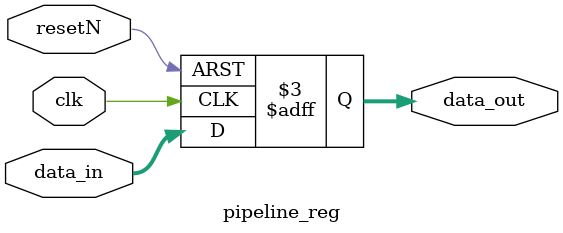
<source format=sv>



module pipeline_reg (
    clk, 
    resetN, 
    data_in,
    data_out 
);

parameter WIDTH = 8;

input   wire                clk;
input   wire                resetN;
input   wire    [WIDTH-1:0] data_in;
output  logic   [WIDTH-1:0] data_out;

always @(posedge clk or negedge resetN) begin 
    if (~resetN) 
        data_out <= '0;
    else 
        data_out <= data_in;
end 

endmodule
</source>
